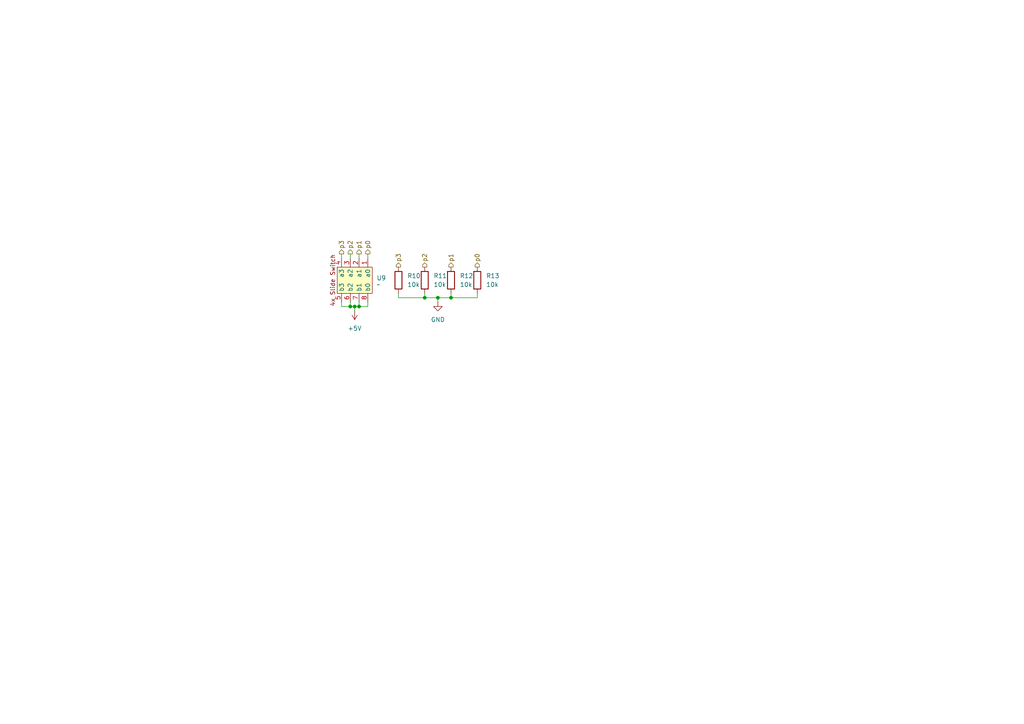
<source format=kicad_sch>
(kicad_sch (version 20231120) (generator "eeschema") (generator_version "8.0")
  (paper "A4")
  (lib_symbols
    (symbol "8BitCPU:4x_slide_switch"
      (property "Reference" "U" (at -6.858 17.526 0))
      (symbol "4x_slide_switch_1_1"
        (rectangle (start -3.81 5.08) (end 3.81 -5.08) (fill (type background)))
        (text "4x Slide Switch" (at 0 -6.35 0) (effects (font (size 1.27 1.27))))
        (pin bidirectional line (at -6.35 3.81 0) (length 2.54) (name "a0") (number "1"))
        (pin bidirectional line (at -6.35 1.27 0) (length 2.54) (name "a1") (number "2"))
        (pin bidirectional line (at -6.35 -1.27 0) (length 2.54) (name "a2") (number "3"))
        (pin bidirectional line (at -6.35 -3.81 0) (length 2.54) (name "a3") (number "4"))
        (pin bidirectional line (at 6.35 -3.81 180) (length 2.54) (name "b3") (number "5"))
        (pin bidirectional line (at 6.35 -1.27 180) (length 2.54) (name "b2") (number "6"))
        (pin bidirectional line (at 6.35 1.27 180) (length 2.54) (name "b1") (number "7"))
        (pin bidirectional line (at 6.35 3.81 180) (length 2.54) (name "b0") (number "8"))
      )
    )
    (symbol "Device:R" (pin_numbers hide) (pin_names (offset 0))
      (property "Reference" "R" (at 2.032 0 90))
      (property "Value" "R" (at 0 0 90))
      (symbol "R_0_1"
        (rectangle (start -1.016 -2.54) (end 1.016 2.54) (stroke (width 0.254)))
      )
      (symbol "R_1_1"
        (pin passive line (at 0 3.81 270) (length 1.27) (name "~") (number "1"))
        (pin passive line (at 0 -3.81 90) (length 1.27) (name "~") (number "2"))
      )
    )
    (symbol "power:+5V" (power) (pin_numbers hide) (pin_names (offset 0) hide)
      (property "Value" "+5V" (at 0 3.556 0))
      (symbol "+5V_0_1"
        (polyline (pts (xy -0.762 1.27) (xy 0 2.54)))
        (polyline (pts (xy 0 0) (xy 0 2.54)))
        (polyline (pts (xy 0 2.54) (xy 0.762 1.27)))
      )
      (symbol "+5V_1_1"
        (pin power_in line (at 0 0 90) (length 0) (name "~") (number "1"))
      )
    )
    (symbol "power:GND" (power) (pin_numbers hide) (pin_names (offset 0) hide)
      (property "Value" "GND" (at 0 -3.81 0))
      (symbol "GND_0_1"
        (polyline (pts (xy 0 0) (xy 0 -1.27) (xy 1.27 -1.27) (xy 0 -2.54) (xy -1.27 -1.27) (xy 0 -1.27)))
      )
      (symbol "GND_1_1"
        (pin power_in line (at 0 0 270) (length 0) (name "~") (number "1"))
      )
    )
  )
  (junction (at 104.14 88.9))
  (junction (at 101.6 88.9))
  (junction (at 127 86.36))
  (junction (at 123.19 86.36))
  (junction (at 130.81 86.36))
  (junction (at 102.87 88.9))
  (wire (pts (xy 101.6 88.9) (xy 102.87 88.9)))
  (wire (pts (xy 130.81 86.36) (xy 127 86.36)))
  (wire (pts (xy 123.19 85.09) (xy 123.19 86.36)))
  (wire (pts (xy 138.43 85.09) (xy 138.43 86.36)))
  (wire (pts (xy 101.6 73.66) (xy 101.6 74.93)))
  (wire (pts (xy 106.68 88.9) (xy 104.14 88.9)))
  (wire (pts (xy 104.14 73.66) (xy 104.14 74.93)))
  (wire (pts (xy 123.19 86.36) (xy 127 86.36)))
  (wire (pts (xy 130.81 85.09) (xy 130.81 86.36)))
  (wire (pts (xy 101.6 87.63) (xy 101.6 88.9)))
  (wire (pts (xy 99.06 87.63) (xy 99.06 88.9)))
  (wire (pts (xy 104.14 87.63) (xy 104.14 88.9)))
  (wire (pts (xy 102.87 90.17) (xy 102.87 88.9)))
  (wire (pts (xy 106.68 73.66) (xy 106.68 74.93)))
  (wire (pts (xy 99.06 73.66) (xy 99.06 74.93)))
  (wire (pts (xy 104.14 88.9) (xy 102.87 88.9)))
  (wire (pts (xy 138.43 86.36) (xy 130.81 86.36)))
  (wire (pts (xy 106.68 87.63) (xy 106.68 88.9)))
  (wire (pts (xy 115.57 86.36) (xy 123.19 86.36)))
  (wire (pts (xy 127 86.36) (xy 127 87.63)))
  (wire (pts (xy 99.06 88.9) (xy 101.6 88.9)))
  (wire (pts (xy 115.57 85.09) (xy 115.57 86.36)))
  (hierarchical_label "p2" (shape output) (at 123.19 77.47 90))
  (hierarchical_label "p0" (shape output) (at 138.43 77.47 90))
  (hierarchical_label "p3" (shape output) (at 99.06 73.66 90))
  (hierarchical_label "p1" (shape output) (at 130.81 77.47 90))
  (hierarchical_label "p2" (shape output) (at 101.6 73.66 90))
  (hierarchical_label "p1" (shape output) (at 104.14 73.66 90))
  (hierarchical_label "p3" (shape output) (at 115.57 77.47 90))
  (hierarchical_label "p0" (shape output) (at 106.68 73.66 90))
  (symbol (lib_id "Device:R") (at 138.43 81.28 0) (unit 1)
    (property "Reference" "R13" (at 140.97 80.0099 0) (effects (justify left)))
    (property "Value" "10k" (at 140.97 82.5499 0) (effects (justify left)))
    (property "Description" "Resistor" (effects (hide yes)))
  )
  (symbol (lib_id "Device:R") (at 130.81 81.28 0) (unit 1)
    (property "Reference" "R12" (at 133.35 80.0099 0) (effects (justify left)))
    (property "Value" "10k" (at 133.35 82.5499 0) (effects (justify left)))
    (property "Description" "Resistor" (effects (hide yes)))
  )
  (symbol (lib_id "Device:R") (at 115.57 81.28 0) (unit 1)
    (property "Reference" "R10" (at 118.11 80.0099 0) (effects (justify left)))
    (property "Value" "10k" (at 118.11 82.5499 0) (effects (justify left)))
    (property "Description" "Resistor" (effects (hide yes)))
  )
  (symbol (lib_id "power:GND") (at 127 87.63 0) (unit 1)
    (property "Reference" "#PWR045" (effects (hide yes)))
    (property "Value" "GND" (at 127 92.71 0))
    (property "Description" "Power symbol creates a global label with name \"GND\" , ground" (effects (hide yes)))
  )
  (symbol (lib_id "8BitCPU:4x_slide_switch") (at 102.87 81.28 270) (unit 1)
    (property "Reference" "U9" (at 109.22 80.6449 90) (effects (justify left)))
    (property "Value" "~" (at 109.22 82.55 90) (effects (justify left)))
  )
  (symbol (lib_id "power:+5V") (at 102.87 90.17 180) (unit 1)
    (property "Reference" "#PWR044" (effects (hide yes)))
    (property "Value" "+5V" (at 102.87 95.25 0))
    (property "Description" "Power symbol creates a global label with name \"+5V\"" (effects (hide yes)))
  )
  (symbol (lib_id "Device:R") (at 123.19 81.28 0) (unit 1)
    (property "Reference" "R11" (at 125.73 80.0099 0) (effects (justify left)))
    (property "Value" "10k" (at 125.73 82.5499 0) (effects (justify left)))
    (property "Description" "Resistor" (effects (hide yes)))
  )
)
</source>
